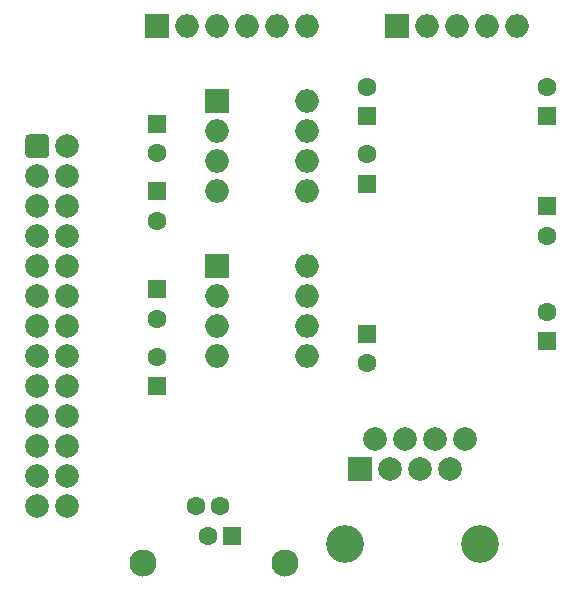
<source format=gbr>
%TF.GenerationSoftware,KiCad,Pcbnew,(5.1.10)-1*%
%TF.CreationDate,2021-07-14T11:27:17-06:00*%
%TF.ProjectId,HARDWARE,48415244-5741-4524-952e-6b696361645f,rev?*%
%TF.SameCoordinates,Original*%
%TF.FileFunction,Soldermask,Bot*%
%TF.FilePolarity,Negative*%
%FSLAX46Y46*%
G04 Gerber Fmt 4.6, Leading zero omitted, Abs format (unit mm)*
G04 Created by KiCad (PCBNEW (5.1.10)-1) date 2021-07-14 11:27:17*
%MOMM*%
%LPD*%
G01*
G04 APERTURE LIST*
%ADD10O,2.000000X2.000000*%
%ADD11R,2.000000X2.000000*%
%ADD12C,1.600000*%
%ADD13C,2.300000*%
%ADD14R,1.600000X1.600000*%
%ADD15C,2.000000*%
%ADD16C,3.200000*%
G04 APERTURE END LIST*
D10*
%TO.C,J4*%
X80010000Y-49530000D03*
X77470000Y-49530000D03*
X74930000Y-49530000D03*
X72390000Y-49530000D03*
D11*
X69850000Y-49530000D03*
%TD*%
D12*
%TO.C,J5*%
X52820000Y-90170000D03*
D13*
X48350000Y-95010000D03*
D12*
X53840000Y-92710000D03*
X54860000Y-90170000D03*
D14*
X55880000Y-92710000D03*
D13*
X60350000Y-95010000D03*
%TD*%
D12*
%TO.C,C5*%
X67310000Y-78065000D03*
D14*
X67310000Y-75565000D03*
%TD*%
D10*
%TO.C,U4*%
X62230000Y-55880000D03*
X54610000Y-63500000D03*
X62230000Y-58420000D03*
X54610000Y-60960000D03*
X62230000Y-60960000D03*
X54610000Y-58420000D03*
X62230000Y-63500000D03*
D11*
X54610000Y-55880000D03*
%TD*%
D10*
%TO.C,U3*%
X62230000Y-69850000D03*
X54610000Y-77470000D03*
X62230000Y-72390000D03*
X54610000Y-74930000D03*
X62230000Y-74930000D03*
X54610000Y-72390000D03*
X62230000Y-77470000D03*
D11*
X54610000Y-69850000D03*
%TD*%
D15*
%TO.C,J3*%
X75565000Y-84455000D03*
X74295000Y-86995000D03*
X73025000Y-84455000D03*
X71755000Y-86995000D03*
X70485000Y-84455000D03*
X69215000Y-86995000D03*
X67945000Y-84455000D03*
D11*
X66675000Y-86995000D03*
D16*
X65405000Y-93345000D03*
X76835000Y-93345000D03*
%TD*%
D10*
%TO.C,J2*%
X62230000Y-49530000D03*
X59690000Y-49530000D03*
X57150000Y-49530000D03*
X54610000Y-49530000D03*
X52070000Y-49530000D03*
D11*
X49530000Y-49530000D03*
%TD*%
D15*
%TO.C,J1*%
X41910000Y-90170000D03*
X41910000Y-87630000D03*
X41910000Y-85090000D03*
X41910000Y-82550000D03*
X41910000Y-80010000D03*
X41910000Y-77470000D03*
X41910000Y-74930000D03*
X41910000Y-72390000D03*
X41910000Y-69850000D03*
X41910000Y-67310000D03*
X41910000Y-64770000D03*
X41910000Y-62230000D03*
X41910000Y-59690000D03*
X39370000Y-90170000D03*
X39370000Y-87630000D03*
X39370000Y-85090000D03*
X39370000Y-82550000D03*
X39370000Y-80010000D03*
X39370000Y-77470000D03*
X39370000Y-74930000D03*
X39370000Y-72390000D03*
X39370000Y-69850000D03*
X39370000Y-67310000D03*
X39370000Y-64770000D03*
X39370000Y-62230000D03*
G36*
G01*
X38370000Y-60396000D02*
X38370000Y-58984000D01*
G75*
G02*
X38664000Y-58690000I294000J0D01*
G01*
X40076000Y-58690000D01*
G75*
G02*
X40370000Y-58984000I0J-294000D01*
G01*
X40370000Y-60396000D01*
G75*
G02*
X40076000Y-60690000I-294000J0D01*
G01*
X38664000Y-60690000D01*
G75*
G02*
X38370000Y-60396000I0J294000D01*
G01*
G37*
%TD*%
D12*
%TO.C,C14*%
X82550000Y-73700000D03*
D14*
X82550000Y-76200000D03*
%TD*%
D12*
%TO.C,C9*%
X82550000Y-67270000D03*
D14*
X82550000Y-64770000D03*
%TD*%
D12*
%TO.C,C8*%
X82550000Y-54650000D03*
D14*
X82550000Y-57150000D03*
%TD*%
D12*
%TO.C,C7*%
X49530000Y-60285000D03*
D14*
X49530000Y-57785000D03*
%TD*%
D12*
%TO.C,C6*%
X49530000Y-74295000D03*
D14*
X49530000Y-71795000D03*
%TD*%
D12*
%TO.C,C4*%
X49530000Y-66000000D03*
D14*
X49530000Y-63500000D03*
%TD*%
D12*
%TO.C,C3*%
X49530000Y-77510000D03*
D14*
X49530000Y-80010000D03*
%TD*%
D12*
%TO.C,C2*%
X67310000Y-60365000D03*
D14*
X67310000Y-62865000D03*
%TD*%
D12*
%TO.C,C1*%
X67310000Y-54650000D03*
D14*
X67310000Y-57150000D03*
%TD*%
M02*

</source>
